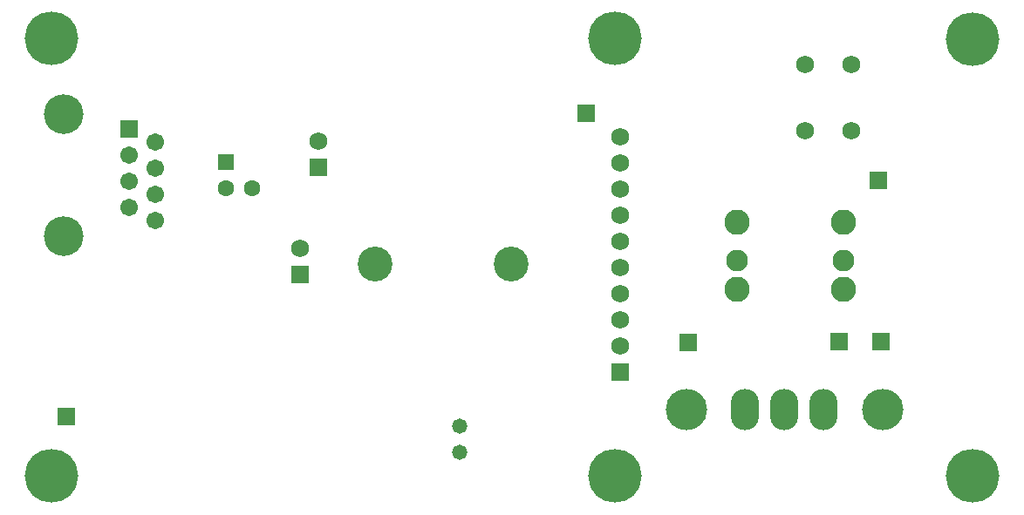
<source format=gbs>
G04 (created by PCBNEW (2013-05-31 BZR 4019)-stable) date 7/20/2013 4:15:11 PM*
%MOIN*%
G04 Gerber Fmt 3.4, Leading zero omitted, Abs format*
%FSLAX34Y34*%
G01*
G70*
G90*
G04 APERTURE LIST*
%ADD10C,0.00590551*%
%ADD11C,0.068*%
%ADD12R,0.068X0.068*%
%ADD13R,0.063X0.063*%
%ADD14C,0.063*%
%ADD15C,0.20485*%
%ADD16C,0.097*%
%ADD17C,0.0832*%
%ADD18O,0.108X0.158*%
%ADD19C,0.158*%
%ADD20C,0.133*%
%ADD21C,0.1517*%
%ADD22R,0.0671X0.0671*%
%ADD23C,0.0671*%
%ADD24C,0.069*%
%ADD25C,0.058*%
G04 APERTURE END LIST*
G54D10*
G54D11*
X41830Y-18826D03*
X41830Y-19826D03*
X41830Y-22826D03*
X41830Y-23826D03*
G54D12*
X41830Y-27826D03*
G54D11*
X41830Y-26826D03*
X41830Y-25826D03*
X41830Y-24826D03*
X41830Y-21826D03*
X41830Y-20826D03*
G54D12*
X29599Y-24102D03*
G54D11*
X29599Y-23102D03*
G54D13*
X26781Y-19780D03*
G54D14*
X26781Y-20780D03*
X27781Y-20780D03*
G54D15*
X20096Y-15063D03*
X41651Y-15063D03*
X20096Y-31795D03*
X41651Y-31795D03*
G54D16*
X50364Y-22100D03*
G54D17*
X50364Y-23557D03*
G54D16*
X50364Y-24659D03*
X46309Y-24659D03*
G54D17*
X46309Y-23557D03*
G54D16*
X46309Y-22100D03*
G54D15*
X55314Y-15080D03*
X55314Y-31780D03*
G54D18*
X46610Y-29271D03*
X48110Y-29271D03*
X49610Y-29271D03*
G54D19*
X44360Y-29271D03*
X51860Y-29271D03*
G54D20*
X37664Y-23680D03*
X32464Y-23680D03*
G54D21*
X20588Y-22618D03*
X20588Y-17945D03*
G54D22*
X23088Y-18530D03*
G54D23*
X24088Y-19030D03*
X23088Y-19530D03*
X24088Y-20030D03*
X23088Y-20530D03*
X24088Y-21030D03*
X23088Y-21530D03*
X24088Y-22030D03*
G54D24*
X50689Y-16042D03*
X48917Y-16042D03*
X50689Y-18602D03*
X48917Y-18602D03*
G54D12*
X30314Y-19988D03*
G54D11*
X30314Y-18988D03*
G54D12*
X40551Y-17913D03*
X20669Y-29527D03*
G54D25*
X35700Y-30900D03*
X35700Y-29900D03*
G54D12*
X44450Y-26700D03*
X51800Y-26650D03*
X50200Y-26650D03*
X51700Y-20500D03*
M02*

</source>
